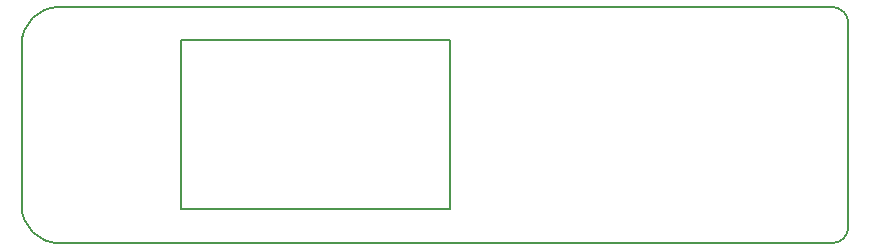
<source format=gbr>
G04 #@! TF.GenerationSoftware,KiCad,Pcbnew,5.1.0-unknown-9e240db~82~ubuntu18.04.1*
G04 #@! TF.CreationDate,2019-04-19T11:11:02+02:00*
G04 #@! TF.ProjectId,VoltMax PWM Board B,566f6c74-4d61-4782-9050-574d20426f61,rev?*
G04 #@! TF.SameCoordinates,Original*
G04 #@! TF.FileFunction,Profile,NP*
%FSLAX46Y46*%
G04 Gerber Fmt 4.6, Leading zero omitted, Abs format (unit mm)*
G04 Created by KiCad (PCBNEW 5.1.0-unknown-9e240db~82~ubuntu18.04.1) date 2019-04-19 11:11:02*
%MOMM*%
%LPD*%
G04 APERTURE LIST*
%ADD10C,0.150000*%
G04 APERTURE END LIST*
D10*
X117696100Y-110143600D02*
X183121100Y-110143600D01*
X117696100Y-110143599D02*
G75*
G02X114521100Y-106968600I218J3175218D01*
G01*
X150798100Y-92961600D02*
X127998100Y-92961600D01*
X127998100Y-107221600D02*
X150798100Y-107221600D01*
X150798100Y-107221600D02*
X150798100Y-92961600D01*
X127998100Y-92961600D02*
X127998100Y-107221600D01*
X183121100Y-110143600D02*
X183121100Y-110143600D01*
X114521100Y-93318600D02*
X114521100Y-106968600D01*
X183121100Y-90143599D02*
G75*
G02X184521100Y-91543600I172J-1399828D01*
G01*
X184521100Y-106293600D02*
X184521100Y-91543600D01*
X114521100Y-93318599D02*
G75*
G02X117696100Y-90143600I3175218J-219D01*
G01*
X184521100Y-108743599D02*
G75*
G02X183121100Y-110143600I-1399828J-173D01*
G01*
X184521100Y-108743600D02*
X184521100Y-106293600D01*
X183121100Y-90143600D02*
X117696100Y-90143600D01*
M02*

</source>
